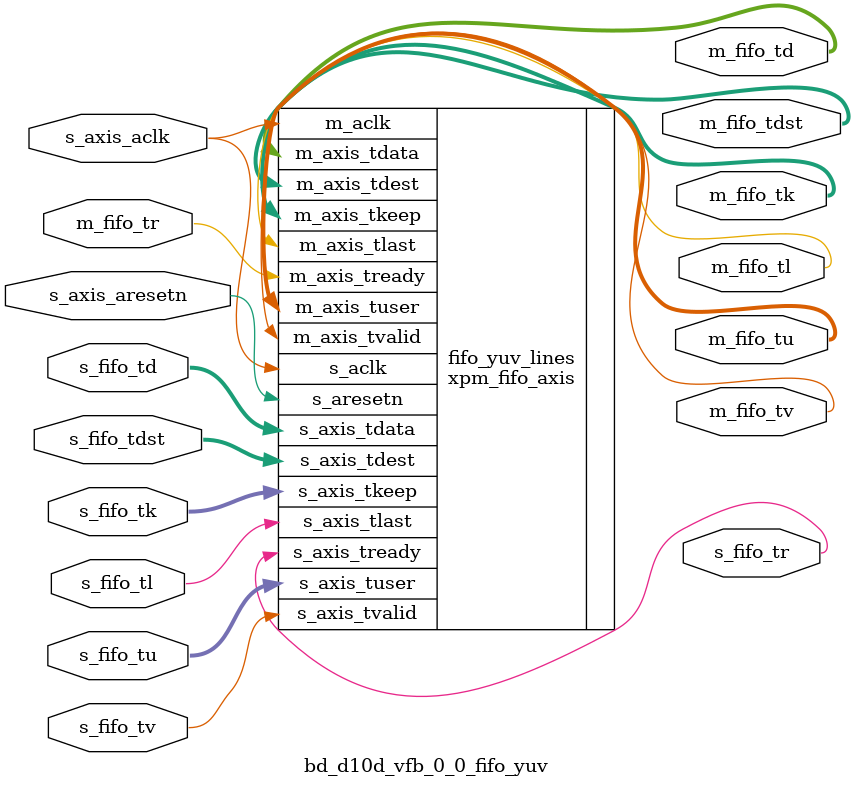
<source format=v>
`timescale 1ps/1ps
module bd_d10d_vfb_0_0_fifo_yuv (
  input            s_axis_aclk    ,

  input         s_axis_aresetn ,
  output    s_fifo_tr      ,
  input     s_fifo_tv      ,
  input      [64-1:0]  s_fifo_td      ,
  input      [96-1:0]  s_fifo_tu      ,
  input      [4-1:0] s_fifo_tdst      ,
  input      [8-1:0] s_fifo_tk      ,
  input      s_fifo_tl      ,
  input     m_fifo_tr      ,
  output     m_fifo_tv      ,
  output   [64-1:0]   m_fifo_td      ,
  output   [4-1:0] m_fifo_tdst ,
  output   [96-1:0]  m_fifo_tu      ,
  output    [8-1:0] m_fifo_tk      ,
  output      m_fifo_tl      
);

xpm_fifo_axis#(
      .CLOCKING_MODE("common_clock"), // String
      .ECC_MODE("no_ecc"),            // String
      .FIFO_DEPTH(16),              // DECIMAL
      .FIFO_MEMORY_TYPE("distributed"),      // String
      .PACKET_FIFO("false"),          // String
      .PROG_EMPTY_THRESH(10),         // DECIMAL
      .PROG_FULL_THRESH(4091),          // DECIMAL
      .RD_DATA_COUNT_WIDTH(1),        // DECIMAL
      .RELATED_CLOCKS(0),             // DECIMAL
      .SIM_ASSERT_CHK(0),             // DECIMAL; 0=disable simulation messages, 1=enable simulation messages
      .TDATA_WIDTH(64),               // DECIMAL
      .TDEST_WIDTH(4),                // DECIMAL
      .TUSER_WIDTH(96),                // DECIMAL
      .USE_ADV_FEATURES("1000"),      // String
      .WR_DATA_COUNT_WIDTH(1)         // DECIMAL
 ) fifo_yuv_lines(
  .s_aresetn         (s_axis_aresetn ),
  .m_aclk            (s_axis_aclk    ),
  .s_aclk            (s_axis_aclk    ),
  .s_axis_tready     (s_fifo_tr      ),
  .s_axis_tvalid     (s_fifo_tv      ),
  .s_axis_tdata      (s_fifo_td      ),
  .s_axis_tuser      (s_fifo_tu      ),
  .s_axis_tdest      (s_fifo_tdst      ),
  .s_axis_tkeep      (s_fifo_tk      ),
  .s_axis_tlast      (s_fifo_tl      ),
  .m_axis_tready     (m_fifo_tr      ),
  .m_axis_tvalid     (m_fifo_tv      ),
  .m_axis_tdata      (m_fifo_td      ),
  .m_axis_tdest      (m_fifo_tdst     ),
  .m_axis_tuser      (m_fifo_tu      ),
  .m_axis_tkeep      (m_fifo_tk      ),
  .m_axis_tlast      (m_fifo_tl      )
);
endmodule

</source>
